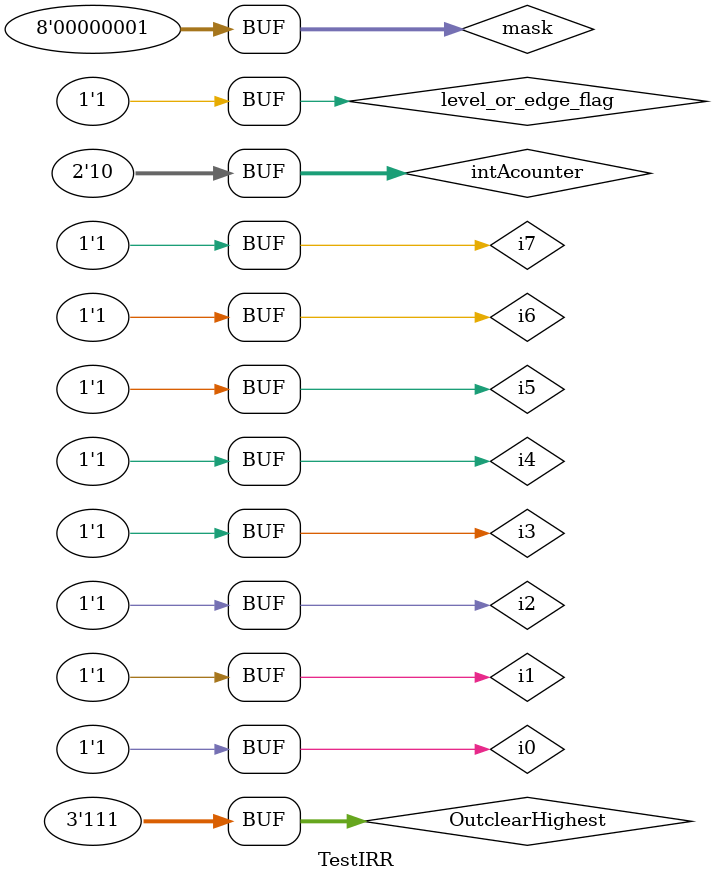
<source format=v>
module TestIRR;
  reg i0;
  reg i1;
  reg i2;
  reg i3;
  reg i4;
  reg i5;
  reg i6;
  reg i7;
  reg level_or_edge_flag;
  reg [7:0] mask;
  reg [1:0] intAcounter;
  
wire INTtocontrol;
wire [7:0] OutputIRR;
reg [2:0] OutclearHighest;
wire OutspecialDeliveryFlag;
  
 IRR A (.level_or_edge_flag(level_or_edge_flag),.intAcounter(intAcounter),.mask(mask),.clearHighest(OutclearHighest),
  .i0(i0),.i1(i1),.i2(i2),.i3(i3),.i4(i4),.i5(i5),.i6(i6),.i7(i7),
  .specialDeliveryFlag(OutspecialDeliveryFlag),.IRR(OutputIRR),.INT(INTtocontrol));
  
  initial begin
    intAcounter=0;
   level_or_edge_flag = 0; 
   #5 intAcounter = 1;
   
   i0=0;
   i1=0;
   i2=0;
   i3=0;
   i4=0;
   i5=0;
   i6=0;
   i7=0;
   
   
   //setting all to 1 then clearing them with edge sensitive
   level_or_edge_flag = 0; 
   mask = 8'b0000_0000;
   #10 i0=1;
   #5  i0=0;
   #10 i1=0; i2=1;i3=1;i4=1;i5=1;i6=1;i7=1;
   
   #5 intAcounter = 1;OutclearHighest=1;
   #5 intAcounter = 2;
   #5 intAcounter = 1;
   #5 OutclearHighest=0;
   #5 OutclearHighest=2;
   #5 OutclearHighest=3;
   #5 OutclearHighest=4;
   #5 OutclearHighest=5;
   #5 OutclearHighest=6;
   #5 OutclearHighest=7;
   
   
   // testing with mask set for i0 with edge sensitive
   #10 i0=0;i1=0; i2=0;i3=0;i4=0;i5=0;i6=0;i7=0;
   #5 intAcounter = 2;
   #5 mask = 8'b0000_0001;
   #5 i0=1; i1=1; i2=1;i3=1;i4=1;i5=1;i6=1;i7=1;
   #10 intAcounter = 1;
   
   //setting all to 1 then clearing them with level sensitive
   #10 i0=0; i1=0; i2=0;i3=0;i4=0;i5=0;i6=0;i7=0;
   level_or_edge_flag = 1; 
   mask = 8'b0000_0000;
   #10 i0=1;
   #5  i0=0;
   #10 i1=0; i2=1;i3=1;i4=1;i5=1;i6=1;i7=1;
   
   #5 intAcounter = 1;OutclearHighest=1;
   #5 intAcounter = 2;
   #5 intAcounter = 1;
   #5 OutclearHighest=0;
   #5 OutclearHighest=2;
   #5 OutclearHighest=3;
   #5 OutclearHighest=4;
   #5 OutclearHighest=5;
   #5 OutclearHighest=6;
   #5 OutclearHighest=7;
   
   
   // testing with mask set for i0 with level sensitive
   #5 intAcounter = 2;
   #5 mask = 8'b0000_0001;
   #10 i0=1; i1=1; i2=1;i3=1;i4=1;i5=1;i6=1;i7=1;
  end
endmodule

</source>
